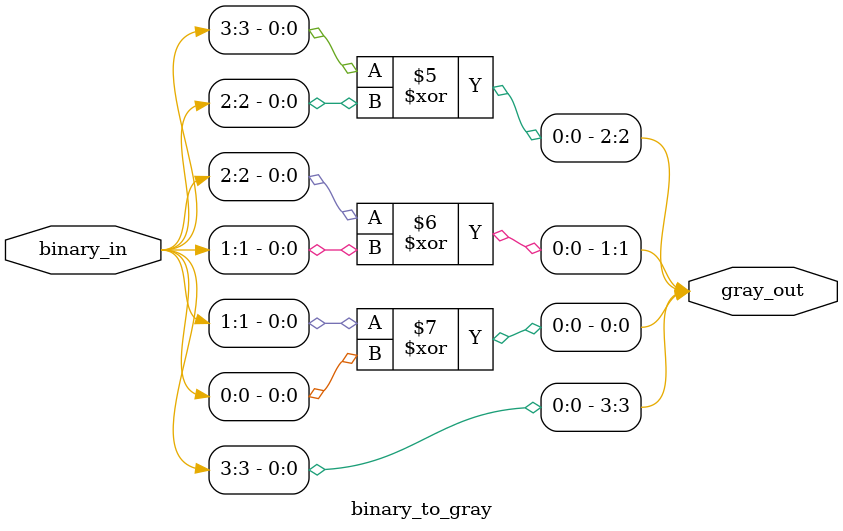
<source format=sv>

module binary_to_gray #(
    parameter N = 4  // Bit width (can be changed to 8, 16, etc.)
)(
    input  logic [N-1:0] binary_in,  // N-bit binary input
    output logic [N-1:0] gray_out    // N-bit gray code output
);

    // Combinational logic for Binary to Gray conversion
    always_comb begin
        // MSB remains the same
        gray_out[N-1] = binary_in[N-1];

        // Each lower bit is XOR of current and next higher binary bit
        for (int i = N-2; i >= 0; i--) begin
            gray_out[i] = binary_in[i+1] ^ binary_in[i];
        end
    end

endmodule

</source>
